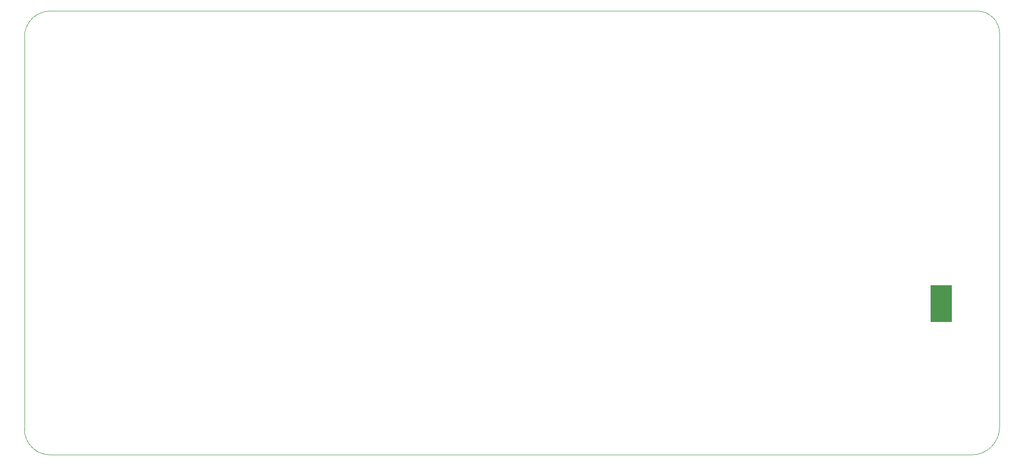
<source format=gko>
G04*
G04 #@! TF.GenerationSoftware,Altium Limited,Altium Designer,20.2.6 (244)*
G04*
G04 Layer_Color=16711935*
%FSLAX25Y25*%
%MOIN*%
G70*
G04*
G04 #@! TF.SameCoordinates,2322B5F6-C0F9-4DFB-907C-46C9DA4D7F26*
G04*
G04*
G04 #@! TF.FilePolarity,Positive*
G04*
G01*
G75*
%ADD212C,0.00100*%
G36*
X635789Y100716D02*
X620890D01*
Y74550D01*
X635789D01*
Y100716D01*
D02*
G37*
D212*
X650051Y-19485D02*
G03*
X669570Y34I0J19519D01*
G01*
X669562Y279029D02*
G03*
X653815Y294776I-15747J-0D01*
G01*
X-1284Y294776D02*
G03*
X-19528Y276531I-0J-18244D01*
G01*
X-19528Y-1391D02*
G03*
X-1434Y-19485I18094J-0D01*
G01*
X669562Y279029D02*
X669570Y34D01*
X-1284Y294776D02*
X653815Y294776D01*
X-19528Y-1391D02*
X-19528Y276531D01*
X-1434Y-19485D02*
X650051Y-19485D01*
M02*

</source>
